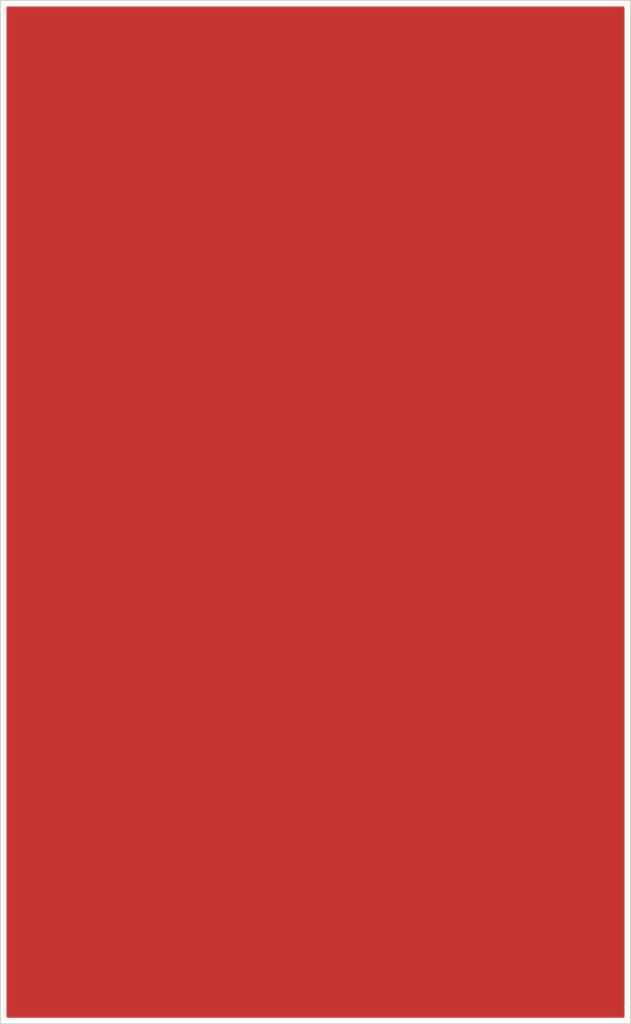
<source format=kicad_pcb>
(kicad_pcb (version 4) (host pcbnew 4.0.2-stable)

  (general
    (links 0)
    (no_connects 0)
    (area 12.174999 12.124999 115.325001 179.425001)
    (thickness 1.6)
    (drawings 17)
    (tracks 0)
    (zones 0)
    (modules 0)
    (nets 1)
  )

  (page A4)
  (layers
    (0 F.Cu signal)
    (31 B.Cu signal)
    (32 B.Adhes user)
    (33 F.Adhes user)
    (34 B.Paste user)
    (35 F.Paste user)
    (36 B.SilkS user)
    (37 F.SilkS user)
    (38 B.Mask user)
    (39 F.Mask user)
    (40 Dwgs.User user)
    (41 Cmts.User user)
    (42 Eco1.User user)
    (43 Eco2.User user)
    (44 Edge.Cuts user)
    (45 Margin user)
    (46 B.CrtYd user)
    (47 F.CrtYd user)
    (48 B.Fab user)
    (49 F.Fab user)
  )

  (setup
    (last_trace_width 0.8)
    (trace_clearance 0.5)
    (zone_clearance 0.908)
    (zone_45_only no)
    (trace_min 0.4)
    (segment_width 0.2)
    (edge_width 0.15)
    (via_size 0.6)
    (via_drill 0.4)
    (via_min_size 0.4)
    (via_min_drill 0.3)
    (uvia_size 0.3)
    (uvia_drill 0.1)
    (uvias_allowed no)
    (uvia_min_size 0.2)
    (uvia_min_drill 0.1)
    (pcb_text_width 0.3)
    (pcb_text_size 1.5 1.5)
    (mod_edge_width 0.15)
    (mod_text_size 1 1)
    (mod_text_width 0.15)
    (pad_size 1.524 1.524)
    (pad_drill 0.762)
    (pad_to_mask_clearance 0.2)
    (aux_axis_origin 0 0)
    (visible_elements 7FFFFFFF)
    (pcbplotparams
      (layerselection 0x00030_80000001)
      (usegerberextensions false)
      (excludeedgelayer true)
      (linewidth 0.100000)
      (plotframeref false)
      (viasonmask false)
      (mode 1)
      (useauxorigin false)
      (hpglpennumber 1)
      (hpglpenspeed 20)
      (hpglpendiameter 15)
      (hpglpenoverlay 2)
      (psnegative false)
      (psa4output false)
      (plotreference true)
      (plotvalue true)
      (plotinvisibletext false)
      (padsonsilk false)
      (subtractmaskfromsilk false)
      (outputformat 1)
      (mirror false)
      (drillshape 0)
      (scaleselection 1)
      (outputdirectory "GERBERS naar productie/inlegbord/"))
  )

  (net 0 "")

  (net_class Default "Dit is de standaard class."
    (clearance 0.5)
    (trace_width 0.8)
    (via_dia 0.6)
    (via_drill 0.4)
    (uvia_dia 0.3)
    (uvia_drill 0.1)
  )

  (gr_line (start 115.25 176.65) (end 115.25 179.35) (angle 90) (layer Edge.Cuts) (width 0.15))
  (gr_line (start 12.25 176.75) (end 12.25 179.35) (angle 90) (layer Edge.Cuts) (width 0.15))
  (gr_line (start 12.25 179.35) (end 115.25 179.35) (angle 90) (layer Edge.Cuts) (width 0.15))
  (gr_line (start 115.25 176.7) (end 115.2 176.7) (angle 90) (layer Edge.Cuts) (width 0.15))
  (gr_line (start 12.25 176.15) (end 12.25 176.7) (angle 90) (layer Edge.Cuts) (width 0.15))
  (gr_line (start 115.25 176.7) (end 115.25 176.2) (angle 90) (layer Edge.Cuts) (width 0.15))
  (gr_line (start 12.25 175.95) (end 12.25 176.2) (angle 90) (layer Edge.Cuts) (width 0.15))
  (gr_line (start 115.25 176.2) (end 115.25 176.05) (angle 90) (layer Edge.Cuts) (width 0.15))
  (gr_line (start 115.25 175.9) (end 115.25 176.05) (angle 90) (layer Edge.Cuts) (width 0.15))
  (gr_line (start 115.25 175.9) (end 115.25 175.35) (angle 90) (layer Edge.Cuts) (width 0.15))
  (gr_line (start 115.25 12.2) (end 115.25 175.35) (angle 90) (layer Edge.Cuts) (width 0.15))
  (gr_line (start 12.25 175.4) (end 12.25 175.9) (angle 90) (layer Edge.Cuts) (width 0.15))
  (gr_line (start 12.25 175.4) (end 12.25 170.4) (angle 90) (layer Edge.Cuts) (width 0.15))
  (gr_line (start 112.25 12.2) (end 115.25 12.2) (angle 90) (layer Edge.Cuts) (width 0.15))
  (gr_line (start 112.25 12.2) (end 111.95 12.2) (angle 90) (layer Edge.Cuts) (width 0.15))
  (gr_line (start 12.25 12.2) (end 12.25 170.4) (angle 90) (layer Edge.Cuts) (width 0.15))
  (gr_line (start 12.25 12.2) (end 112.05 12.2) (angle 90) (layer Edge.Cuts) (width 0.15))

  (zone (net 0) (net_name "") (layer F.Cu) (tstamp 577D677B) (hatch edge 0.508)
    (connect_pads (clearance 0.908))
    (min_thickness 0.454)
    (fill yes (arc_segments 16) (thermal_gap 0.508) (thermal_bridge_width 0.508))
    (polygon
      (pts
        (xy 115.25 179.35) (xy 12.25 179.35) (xy 12.25 12.2) (xy 115.25 12.2) (xy 115.25 179.35)
      )
    )
    (filled_polygon
      (pts
        (xy 114.04 176.448634) (xy 113.99 176.7) (xy 114.04 176.951366) (xy 114.04 178.14) (xy 13.46 178.14)
        (xy 13.46 176.75) (xy 13.455027 176.725) (xy 13.46 176.7) (xy 13.46 175.95) (xy 13.455027 175.925)
        (xy 13.46 175.9) (xy 13.46 13.41) (xy 114.04 13.41)
      )
    )
  )
)

</source>
